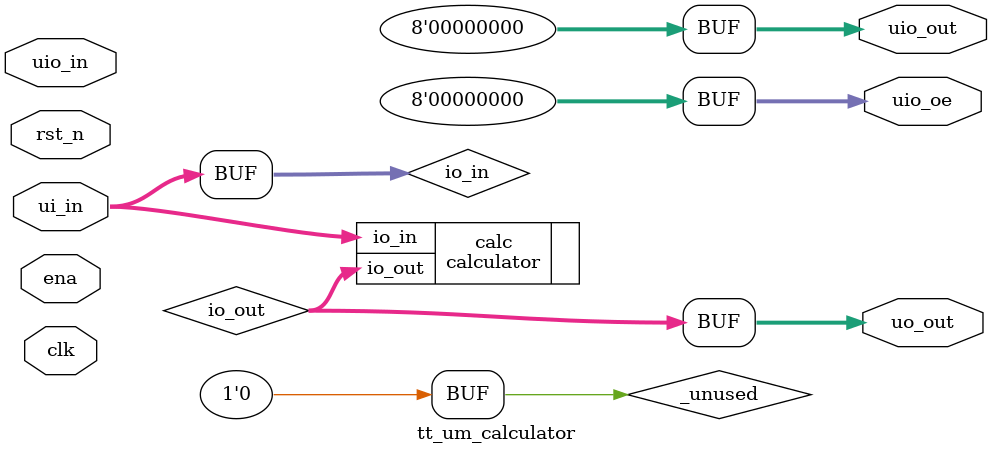
<source format=v>
/*
 * Copyright (c) 2024 Your Name
 * SPDX-License-Identifier: Apache-2.0
 */

`default_nettype none



module tt_um_calculator (
    input  wire [7:0] ui_in,    // Dedicated inputs
    output wire [7:0] uo_out,   // Dedicated outputs
    input  wire [7:0] uio_in,   // IOs: Input path
    output wire [7:0] uio_out,  // IOs: Output path
    output wire [7:0] uio_oe,   // IOs: Enable path (active high: 0=input, 1=output)
    input  wire       ena,      // always 1 when the design is powered, so you can ignore it
    input  wire       clk,      // clock
    input  wire       rst_n     // reset_n - low to reset
);

  // All output pins must be assigned. If not used, assign to 0.
    wire [7:0] io_in  = ui_in;
    wire [7:0] io_out;

    calculator calc (
        .io_in(io_in),
        .io_out(io_out)
    );
    
  //assign uo_out  = ui_in + uio_in;  // Example: ou_out is the sum of ui_in and uio_in
  assign uo_out  = io_out;
  
  assign uio_out = 0;
  assign uio_oe  = 0;

  // List all unused inputs to prevent warnings
    wire _unused = &{uio_in, ena, clk, rst_n, 1'b0};

endmodule

</source>
